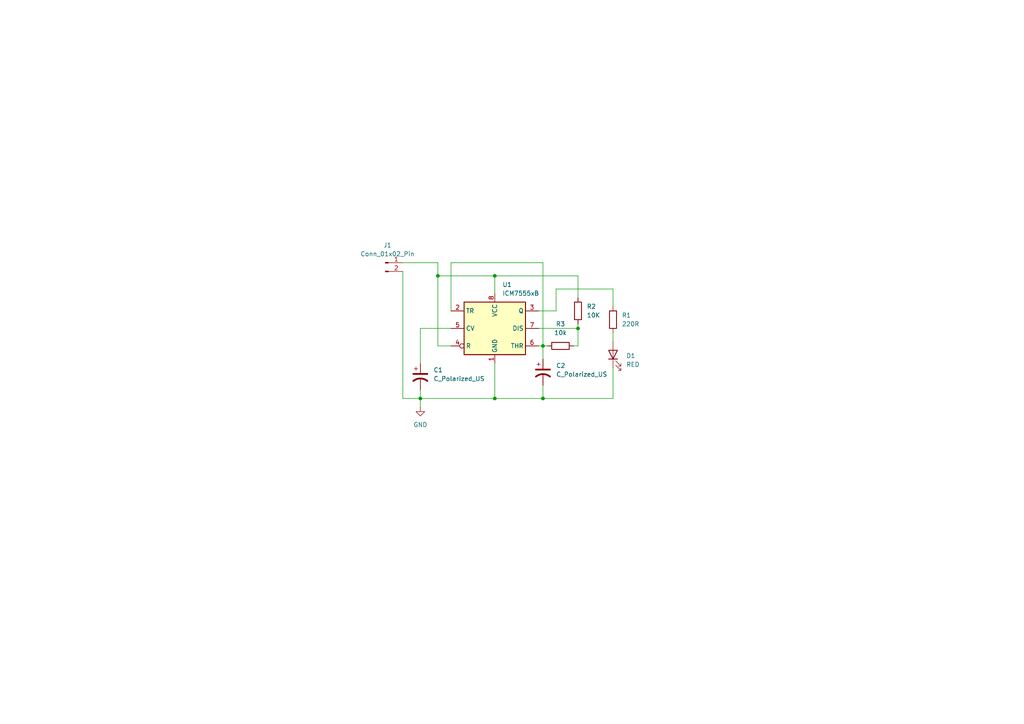
<source format=kicad_sch>
(kicad_sch (version 20231120) (generator "eeschema") (generator_version "8.0")
  (paper "A4")
  (title_block (title "555 Badge") (date "2024-12-17") (rev "V01") (comment 4 "Author :PUTSHU LUNGHE Samuel"))
  (lib_symbols
    (symbol "Connector:Conn_01x02_Pin" (pin_names (offset 1.016) hide)
      (property "Reference" "J" (at 0 2.54 0))
      (property "Value" "Conn_01x02_Pin" (at 0 -5.08 0))
      (symbol "Conn_01x02_Pin_1_1"
        (polyline (pts (xy 1.27 -2.54) (xy 0.8636 -2.54)) (stroke (width 0.1524)))
        (polyline (pts (xy 1.27 0) (xy 0.8636 0)) (stroke (width 0.1524)))
        (rectangle (start 0.8636 -2.413) (end 0 -2.667) (stroke (width 0.1524)) (fill (type outline)))
        (rectangle (start 0.8636 0.127) (end 0 -0.127) (stroke (width 0.1524)) (fill (type outline)))
        (pin passive line (at 5.08 0 180) (length 3.81) (name "Pin_1") (number "1"))
        (pin passive line (at 5.08 -2.54 180) (length 3.81) (name "Pin_2") (number "2"))
      )
    )
    (symbol "Device:C_Polarized_US" (pin_numbers hide) (pin_names (offset 0.254) hide)
      (property "Reference" "C" (at 0.635 2.54 0))
      (property "Value" "C_Polarized_US" (at 0.635 -2.54 0))
      (symbol "C_Polarized_US_0_1"
        (polyline (pts (xy -2.032 0.762) (xy 2.032 0.762)) (stroke (width 0.508)))
        (polyline (pts (xy -1.778 2.286) (xy -0.762 2.286)))
        (polyline (pts (xy -1.27 1.778) (xy -1.27 2.794)))
        (arc (start 2.032 -1.27) (mid 0 -0.5572) (end -2.032 -1.27) (stroke (width 0.508)))
      )
      (symbol "C_Polarized_US_1_1"
        (pin passive line (at 0 3.81 270) (length 2.794) (name "~") (number "1"))
        (pin passive line (at 0 -3.81 90) (length 3.302) (name "~") (number "2"))
      )
    )
    (symbol "Device:LED" (pin_numbers hide) (pin_names (offset 1.016) hide)
      (property "Reference" "D" (at 0 2.54 0))
      (property "Value" "LED" (at 0 -2.54 0))
      (symbol "LED_0_1"
        (polyline (pts (xy -1.27 -1.27) (xy -1.27 1.27)) (stroke (width 0.254)))
        (polyline (pts (xy -1.27 0) (xy 1.27 0)))
        (polyline (pts (xy 1.27 -1.27) (xy 1.27 1.27) (xy -1.27 0) (xy 1.27 -1.27)) (stroke (width 0.254)))
        (polyline (pts (xy -3.048 -0.762) (xy -4.572 -2.286) (xy -3.81 -2.286) (xy -4.572 -2.286) (xy -4.572 -1.524)))
        (polyline (pts (xy -1.778 -0.762) (xy -3.302 -2.286) (xy -2.54 -2.286) (xy -3.302 -2.286) (xy -3.302 -1.524)))
      )
      (symbol "LED_1_1"
        (pin passive line (at -3.81 0 0) (length 2.54) (name "K") (number "1"))
        (pin passive line (at 3.81 0 180) (length 2.54) (name "A") (number "2"))
      )
    )
    (symbol "Device:R" (pin_numbers hide) (pin_names (offset 0))
      (property "Reference" "R" (at 2.032 0 90))
      (property "Value" "R" (at 0 0 90))
      (symbol "R_0_1"
        (rectangle (start -1.016 -2.54) (end 1.016 2.54) (stroke (width 0.254)))
      )
      (symbol "R_1_1"
        (pin passive line (at 0 3.81 270) (length 1.27) (name "~") (number "1"))
        (pin passive line (at 0 -3.81 90) (length 1.27) (name "~") (number "2"))
      )
    )
    (symbol "Timer:ICM7555xB"
      (property "Reference" "U" (at -10.16 8.89 0))
      (property "Value" "ICM7555xB" (at 2.54 8.89 0))
      (symbol "ICM7555xB_0_0"
        (pin power_in line (at 0 -10.16 90) (length 2.54) (name "GND") (number "1"))
        (pin power_in line (at 0 10.16 270) (length 2.54) (name "VCC") (number "8"))
      )
      (symbol "ICM7555xB_0_1"
        (rectangle (start -8.89 -7.62) (end 8.89 7.62) (stroke (width 0.254)) (fill (type background)))
        (rectangle (start -8.89 -7.62) (end 8.89 7.62) (stroke (width 0.254)) (fill (type background)))
      )
      (symbol "ICM7555xB_1_1"
        (pin input line (at -12.7 5.08 0) (length 3.81) (name "TR") (number "2"))
        (pin output line (at 12.7 5.08 180) (length 3.81) (name "Q") (number "3"))
        (pin input inverted (at -12.7 -5.08 0) (length 3.81) (name "R") (number "4"))
        (pin input line (at -12.7 0 0) (length 3.81) (name "CV") (number "5"))
        (pin input line (at 12.7 -5.08 180) (length 3.81) (name "THR") (number "6"))
        (pin input line (at 12.7 0 180) (length 3.81) (name "DIS") (number "7"))
      )
    )
    (symbol "power:GND" (power) (pin_numbers hide) (pin_names (offset 0) hide)
      (property "Value" "GND" (at 0 -3.81 0))
      (symbol "GND_0_1"
        (polyline (pts (xy 0 0) (xy 0 -1.27) (xy 1.27 -1.27) (xy 0 -2.54) (xy -1.27 -1.27) (xy 0 -1.27)))
      )
      (symbol "GND_1_1"
        (pin power_in line (at 0 0 270) (length 0) (name "~") (number "1"))
      )
    )
  )
  (junction (at 157.48 115.57))
  (junction (at 127 80.01))
  (junction (at 157.48 100.33))
  (junction (at 143.51 80.01))
  (junction (at 121.92 115.57))
  (junction (at 167.64 95.25))
  (junction (at 143.51 115.57))
  (wire (pts (xy 157.48 100.33) (xy 157.48 104.14)))
  (wire (pts (xy 161.29 90.17) (xy 161.29 83.82)))
  (wire (pts (xy 121.92 115.57) (xy 121.92 118.11)))
  (wire (pts (xy 156.21 95.25) (xy 167.64 95.25)))
  (wire (pts (xy 161.29 83.82) (xy 177.8 83.82)))
  (wire (pts (xy 177.8 106.68) (xy 177.8 115.57)))
  (wire (pts (xy 157.48 76.2) (xy 157.48 100.33)))
  (wire (pts (xy 166.37 100.33) (xy 167.64 100.33)))
  (wire (pts (xy 156.21 90.17) (xy 161.29 90.17)))
  (wire (pts (xy 167.64 93.98) (xy 167.64 95.25)))
  (wire (pts (xy 156.21 100.33) (xy 157.48 100.33)))
  (wire (pts (xy 177.8 115.57) (xy 157.48 115.57)))
  (wire (pts (xy 127 100.33) (xy 127 80.01)))
  (wire (pts (xy 121.92 113.03) (xy 121.92 115.57)))
  (wire (pts (xy 130.81 90.17) (xy 130.81 76.2)))
  (wire (pts (xy 157.48 100.33) (xy 158.75 100.33)))
  (wire (pts (xy 121.92 95.25) (xy 121.92 105.41)))
  (wire (pts (xy 143.51 115.57) (xy 121.92 115.57)))
  (wire (pts (xy 143.51 105.41) (xy 143.51 115.57)))
  (wire (pts (xy 127 80.01) (xy 143.51 80.01)))
  (wire (pts (xy 127 76.2) (xy 127 80.01)))
  (wire (pts (xy 116.84 78.74) (xy 116.84 115.57)))
  (wire (pts (xy 143.51 85.09) (xy 143.51 80.01)))
  (wire (pts (xy 116.84 115.57) (xy 121.92 115.57)))
  (wire (pts (xy 130.81 95.25) (xy 121.92 95.25)))
  (wire (pts (xy 167.64 80.01) (xy 167.64 86.36)))
  (wire (pts (xy 116.84 76.2) (xy 127 76.2)))
  (wire (pts (xy 177.8 96.52) (xy 177.8 99.06)))
  (wire (pts (xy 143.51 80.01) (xy 167.64 80.01)))
  (wire (pts (xy 157.48 115.57) (xy 143.51 115.57)))
  (wire (pts (xy 130.81 76.2) (xy 157.48 76.2)))
  (wire (pts (xy 157.48 111.76) (xy 157.48 115.57)))
  (wire (pts (xy 130.81 100.33) (xy 127 100.33)))
  (wire (pts (xy 177.8 83.82) (xy 177.8 88.9)))
  (wire (pts (xy 167.64 100.33) (xy 167.64 95.25)))
  (symbol (lib_id "Connector:Conn_01x02_Pin") (at 111.76 76.2 0) (unit 1)
    (property "Reference" "J1" (at 112.395 71.12 0))
    (property "Value" "Conn_01x02_Pin" (at 112.395 73.66 0))
    (property "Footprint" "Connector_Phoenix_GMSTB:PhoenixContact_GMSTBV_2,5_2-GF-7,62_1x02_P7.62mm_Vertical_ThreadedFlange_MountHole" (effects (hide yes)))
    (property "Description" "Generic connector, single row, 01x02, script generated" (effects (hide yes)))
  )
  (symbol (lib_id "Device:R") (at 162.56 100.33 270) (unit 1)
    (property "Reference" "R3" (at 162.56 93.98 90))
    (property "Value" "10k" (at 162.56 96.52 90))
    (property "Footprint" "Resistor_THT:R_Axial_DIN0204_L3.6mm_D1.6mm_P5.08mm_Horizontal" (effects (hide yes)))
    (property "Description" "Resistor" (effects (hide yes)))
  )
  (symbol (lib_id "Device:C_Polarized_US") (at 121.92 109.22 0) (unit 1)
    (property "Reference" "C1" (at 125.73 107.3149 0) (effects (justify left)))
    (property "Value" "C_Polarized_US" (at 125.73 109.8549 0) (effects (justify left)))
    (property "Footprint" "Capacitor_THT:CP_Radial_D5.0mm_P2.00mm" (effects (hide yes)))
    (property "Description" "Polarized capacitor, US symbol" (effects (hide yes)))
  )
  (symbol (lib_id "Device:R") (at 167.64 90.17 0) (unit 1)
    (property "Reference" "R2" (at 170.18 88.8999 0) (effects (justify left)))
    (property "Value" "10K" (at 170.18 91.4399 0) (effects (justify left)))
    (property "Footprint" "Resistor_THT:R_Axial_DIN0204_L3.6mm_D1.6mm_P5.08mm_Horizontal" (effects (hide yes)))
    (property "Description" "Resistor" (effects (hide yes)))
  )
  (symbol (lib_id "power:GND") (at 121.92 118.11 0) (unit 1)
    (property "Reference" "#PWR01" (effects (hide yes)))
    (property "Value" "GND" (at 121.92 123.19 0))
    (property "Description" "Power symbol creates a global label with name \"GND\" , ground" (effects (hide yes)))
  )
  (symbol (lib_id "Device:C_Polarized_US") (at 157.48 107.95 0) (unit 1)
    (property "Reference" "C2" (at 161.29 106.0449 0) (effects (justify left)))
    (property "Value" "C_Polarized_US" (at 161.29 108.5849 0) (effects (justify left)))
    (property "Footprint" "Capacitor_THT:CP_Radial_D5.0mm_P2.00mm" (effects (hide yes)))
    (property "Description" "Polarized capacitor, US symbol" (effects (hide yes)))
  )
  (symbol (lib_id "Timer:ICM7555xB") (at 143.51 95.25 0) (unit 1)
    (property "Reference" "U1" (at 145.7041 82.55 0) (effects (justify left)))
    (property "Value" "ICM7555xB" (at 145.7041 85.09 0) (effects (justify left)))
    (property "Footprint" "Package_SO:SOIC-8_3.9x4.9mm_P1.27mm" (effects (hide yes)))
    (property "Datasheet" "http://www.intersil.com/content/dam/Intersil/documents/icm7/icm7555-56.pdf" (effects (hide yes)))
    (property "Description" "CMOS General Purpose Timer, 555 compatible, SOIC-8" (effects (hide yes)))
  )
  (symbol (lib_id "Device:LED") (at 177.8 102.87 90) (unit 1)
    (property "Reference" "D1" (at 181.61 103.1874 90) (effects (justify right)))
    (property "Value" "RED" (at 181.61 105.7274 90) (effects (justify right)))
    (property "Footprint" "LED_THT:LED_D5.0mm_Clear" (effects (hide yes)))
    (property "Description" "Light emitting diode" (effects (hide yes)))
  )
  (symbol (lib_id "Device:R") (at 177.8 92.71 0) (unit 1)
    (property "Reference" "R1" (at 180.34 91.4399 0) (effects (justify left)))
    (property "Value" "220R" (at 180.34 93.9799 0) (effects (justify left)))
    (property "Footprint" "Resistor_THT:R_Axial_DIN0204_L3.6mm_D1.6mm_P5.08mm_Horizontal" (effects (hide yes)))
    (property "Description" "Resistor" (effects (hide yes)))
  )
)
</source>
